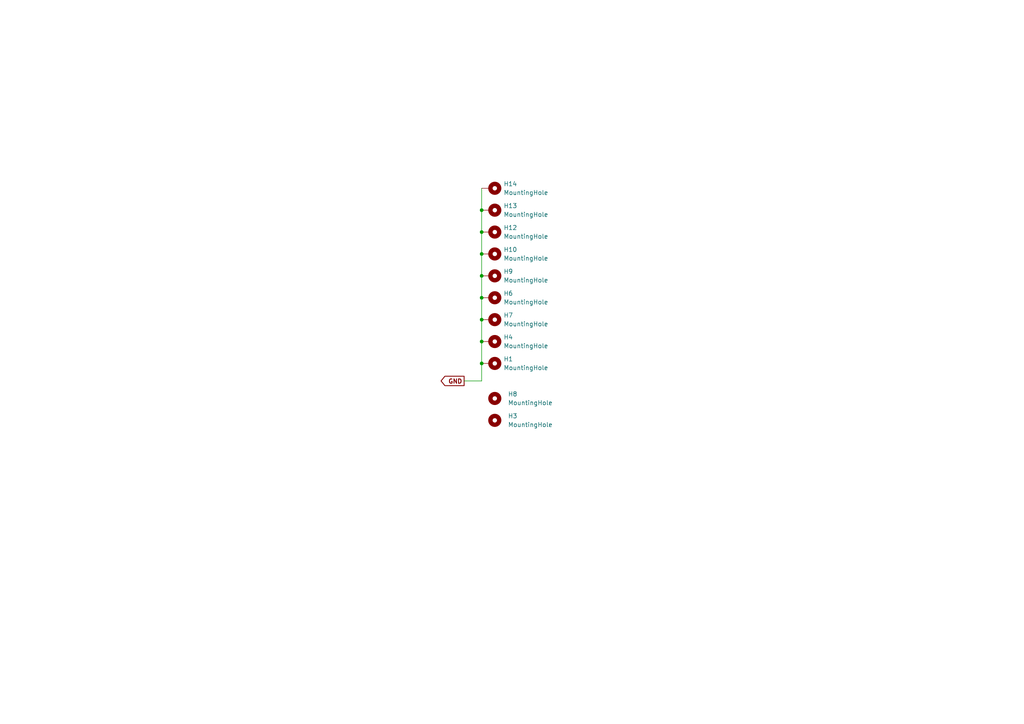
<source format=kicad_sch>
(kicad_sch (version 20230121) (generator eeschema)
  (paper "A4")
  (lib_symbols
    (symbol "Mechanical:MountingHole" (pin_names (offset 1.016))
      (property "Reference" "H" (at 0 5.08 0))
      (property "Value" "MountingHole" (at 0 3.175 0))
      (symbol "MountingHole_0_1"
        (circle (center 0 0) (radius 1.27) (stroke (width 1.27)))
      )
    )
    (symbol "Mechanical:MountingHole_Pad" (pin_numbers hide) (pin_names (offset 1.016) hide)
      (property "Reference" "H" (at 0 6.35 0))
      (property "Value" "MountingHole_Pad" (at 0 4.445 0))
      (symbol "MountingHole_Pad_0_1"
        (circle (center 0 1.27) (radius 1.27) (stroke (width 1.27)))
      )
      (symbol "MountingHole_Pad_1_1"
        (pin input line (at 0 -2.54 90) (length 2.54) (name "1") (number "1"))
      )
    )
  )
  (junction (at 139.7 99.06))
  (junction (at 139.7 80.01))
  (junction (at 139.7 92.71))
  (junction (at 139.7 86.36))
  (junction (at 139.7 60.96))
  (junction (at 139.7 67.31))
  (junction (at 139.7 73.66))
  (junction (at 139.7 105.41))
  (wire (pts (xy 139.7 110.49) (xy 139.7 105.41)))
  (wire (pts (xy 139.7 67.31) (xy 139.7 73.66)))
  (wire (pts (xy 139.7 73.66) (xy 139.7 80.01)))
  (wire (pts (xy 134.62 110.49) (xy 139.7 110.49)))
  (wire (pts (xy 139.7 86.36) (xy 139.7 92.71)))
  (wire (pts (xy 139.7 60.96) (xy 139.7 67.31)))
  (wire (pts (xy 139.7 99.06) (xy 139.7 105.41)))
  (wire (pts (xy 139.7 92.71) (xy 139.7 99.06)))
  (wire (pts (xy 139.7 54.61) (xy 139.7 60.96)))
  (wire (pts (xy 139.7 80.01) (xy 139.7 86.36)))
  (global_label "GND" (shape output) (at 134.62 110.49 180) (effects (font bold)) (property "Intersheetrefs" "${INTERSHEET_REFS}" (effects hide)))
  (symbol (lib_id "Mechanical:MountingHole_Pad") (at 142.24 99.06 270) (unit 1)
    (property "Reference" "H4" (at 146.05 97.79 90) (effects (justify left)))
    (property "Value" "MountingHole" (at 146.05 100.33 90) (effects (justify left)))
    (property "Footprint" "footprints:MountingHole_3.2mm_M3_Pad_TopBottom_LargeIsolation" (effects hide))
    (instances (project "HV servo drive v1" (path "" (reference "H4") (unit 1)) (path "" (reference "H8") (unit 1))))
  )
  (symbol (lib_id "Mechanical:MountingHole_Pad") (at 142.24 60.96 270) (unit 1)
    (property "Reference" "H13" (at 146.05 59.69 90) (effects (justify left)))
    (property "Value" "MountingHole" (at 146.05 62.23 90) (effects (justify left)))
    (property "Footprint" "footprints:MountingHole_3.2mm_M3_Pad_TopBottom_LargeIsolation" (effects hide))
    (instances (project "HV servo drive v1" (path "" (reference "H13") (unit 1)) (path "" (reference "H2") (unit 1))))
  )
  (symbol (lib_id "Mechanical:MountingHole_Pad") (at 142.24 54.61 270) (unit 1)
    (property "Reference" "H14" (at 146.05 53.34 90) (effects (justify left)))
    (property "Value" "MountingHole" (at 146.05 55.88 90) (effects (justify left)))
    (property "Footprint" "footprints:MountingHole_3.2mm_M3_Pad_TopBottom_LargeIsolation" (effects hide))
    (instances (project "HV servo drive v1" (path "" (reference "H14") (unit 1)) (path "" (reference "H1") (unit 1))))
  )
  (symbol (lib_id "Mechanical:MountingHole_Pad") (at 142.24 86.36 270) (unit 1)
    (property "Reference" "H6" (at 146.05 85.09 90) (effects (justify left)))
    (property "Value" "MountingHole" (at 146.05 87.63 90) (effects (justify left)))
    (property "Footprint" "footprints:MountingHole_3.2mm_M3_Pad_TopBottom_LargeIsolation" (effects hide))
  )
  (symbol (lib_id "Mechanical:MountingHole_Pad") (at 142.24 73.66 270) (unit 1)
    (property "Reference" "H10" (at 146.05 72.39 90) (effects (justify left)))
    (property "Value" "MountingHole" (at 146.05 74.93 90) (effects (justify left)))
    (property "Footprint" "footprints:MountingHole_3.2mm_M3_Pad_TopBottom_LargeIsolation" (effects hide))
    (instances (project "HV servo drive v1" (path "" (reference "H10") (unit 1)) (path "" (reference "H4") (unit 1))))
  )
  (symbol (lib_id "Mechanical:MountingHole") (at 143.51 115.57 270) (unit 1)
    (property "Reference" "H8" (at 147.32 114.3 90) (effects (justify left)))
    (property "Value" "MountingHole" (at 147.32 116.84 90) (effects (justify left)))
    (property "Footprint" "footprints:MountingHole_3.2mm_M3_Pad_TopBottom_LargeIsolation" (effects hide))
    (instances (project "HV servo drive v1" (path "" (reference "H8") (unit 1)) (path "" (reference "H10") (unit 1))))
  )
  (symbol (lib_id "Mechanical:MountingHole_Pad") (at 142.24 67.31 270) (unit 1)
    (property "Reference" "H12" (at 146.05 66.04 90) (effects (justify left)))
    (property "Value" "MountingHole" (at 146.05 68.58 90) (effects (justify left)))
    (property "Footprint" "footprints:MountingHole_3.2mm_M3_Pad_TopBottom_LargeIsolation" (effects hide))
    (instances (project "HV servo drive v1" (path "" (reference "H12") (unit 1)) (path "" (reference "H3") (unit 1))))
  )
  (symbol (lib_id "Mechanical:MountingHole_Pad") (at 142.24 80.01 270) (unit 1)
    (property "Reference" "H9" (at 146.05 78.74 90) (effects (justify left)))
    (property "Value" "MountingHole" (at 146.05 81.28 90) (effects (justify left)))
    (property "Footprint" "footprints:MountingHole_3.2mm_M3_Pad_TopBottom_LargeIsolation" (effects hide))
    (instances (project "HV servo drive v1" (path "" (reference "H9") (unit 1)) (path "" (reference "H5") (unit 1))))
  )
  (symbol (lib_id "Mechanical:MountingHole") (at 143.51 121.92 270) (unit 1)
    (property "Reference" "H3" (at 147.32 120.65 90) (effects (justify left)))
    (property "Value" "MountingHole" (at 147.32 123.19 90) (effects (justify left)))
    (property "Footprint" "footprints:MountingHole_3.2mm_M3_Pad_TopBottom_LargeIsolation" (effects hide))
    (instances (project "HV servo drive v1" (path "" (reference "H3") (unit 1)) (path "" (reference "H11") (unit 1))))
  )
  (symbol (lib_id "Mechanical:MountingHole_Pad") (at 142.24 92.71 270) (unit 1)
    (property "Reference" "H7" (at 146.05 91.44 90) (effects (justify left)))
    (property "Value" "MountingHole" (at 146.05 93.98 90) (effects (justify left)))
    (property "Footprint" "footprints:MountingHole_3.2mm_M3_Pad_TopBottom_LargeIsolation" (effects hide))
  )
  (symbol (lib_id "Mechanical:MountingHole_Pad") (at 142.24 105.41 270) (unit 1)
    (property "Reference" "H1" (at 146.05 104.14 90) (effects (justify left)))
    (property "Value" "MountingHole" (at 146.05 106.68 90) (effects (justify left)))
    (property "Footprint" "footprints:MountingHole_3.2mm_M3_Pad_TopBottom_LargeIsolation" (effects hide))
    (instances (project "HV servo drive v1" (path "" (reference "H1") (unit 1)) (path "" (reference "H9") (unit 1))))
  )
)
</source>
